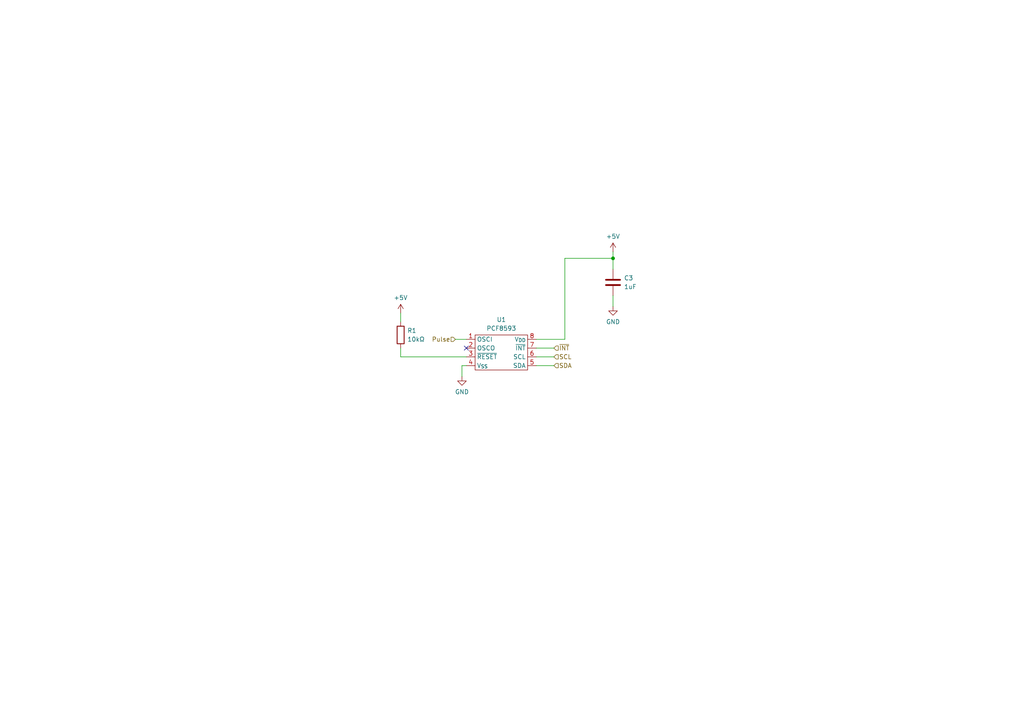
<source format=kicad_sch>
(kicad_sch (version 20230121) (generator eeschema)
  (paper "A4")
  (lib_symbols
    (symbol "ClockCounter:PCF8593"
      (property "Reference" "U" (at 0 0 0))
      (property "Value" "PCF8593" (at 0 5.08 0))
      (symbol "PCF8593_0_1"
        (rectangle (start -7.62 3.81) (end 7.62 -6.35))
      )
      (symbol "PCF8593_1_1"
        (pin input line (at -10.16 2.54 0) (length 2.54) (name "OSCI") (number "1"))
        (pin input line (at -10.16 0 0) (length 2.54) (name "OSCO") (number "2"))
        (pin input line (at -10.16 -2.54 0) (length 2.54) (name "~{RESET}") (number "3"))
        (pin input line (at -10.16 -5.08 0) (length 2.54) (name "V_{SS}") (number "4"))
        (pin input line (at 10.16 -5.08 180) (length 2.54) (name "SDA") (number "5"))
        (pin input line (at 10.16 -2.54 180) (length 2.54) (name "SCL") (number "6"))
        (pin input line (at 10.16 0 180) (length 2.54) (name "~{INT}") (number "7"))
        (pin input line (at 10.16 2.54 180) (length 2.54) (name "V_{DD}") (number "8"))
      )
    )
    (symbol "Device:C" (pin_numbers hide) (pin_names (offset 0.254))
      (property "Reference" "C" (at 0.635 2.54 0))
      (property "Value" "C" (at 0.635 -2.54 0))
      (symbol "C_0_1"
        (polyline (pts (xy -2.032 -0.762) (xy 2.032 -0.762)) (stroke (width 0.508)))
        (polyline (pts (xy -2.032 0.762) (xy 2.032 0.762)) (stroke (width 0.508)))
      )
      (symbol "C_1_1"
        (pin passive line (at 0 3.81 270) (length 2.794) (name "~") (number "1"))
        (pin passive line (at 0 -3.81 90) (length 2.794) (name "~") (number "2"))
      )
    )
    (symbol "Device:R" (pin_numbers hide) (pin_names (offset 0))
      (property "Reference" "R" (at 2.032 0 90))
      (property "Value" "R" (at 0 0 90))
      (symbol "R_0_1"
        (rectangle (start -1.016 -2.54) (end 1.016 2.54) (stroke (width 0.254)))
      )
      (symbol "R_1_1"
        (pin passive line (at 0 3.81 270) (length 1.27) (name "~") (number "1"))
        (pin passive line (at 0 -3.81 90) (length 1.27) (name "~") (number "2"))
      )
    )
    (symbol "power:+5V" (power) (pin_names (offset 0))
      (property "Value" "+5V" (at 0 3.556 0))
      (symbol "+5V_0_1"
        (polyline (pts (xy -0.762 1.27) (xy 0 2.54)))
        (polyline (pts (xy 0 0) (xy 0 2.54)))
        (polyline (pts (xy 0 2.54) (xy 0.762 1.27)))
      )
      (symbol "+5V_1_1"
        (pin power_in line (at 0 0 90) (length 0) hide (name "+5V") (number "1"))
      )
    )
    (symbol "power:GND" (power) (pin_names (offset 0))
      (property "Value" "GND" (at 0 -3.81 0))
      (symbol "GND_0_1"
        (polyline (pts (xy 0 0) (xy 0 -1.27) (xy 1.27 -1.27) (xy 0 -2.54) (xy -1.27 -1.27) (xy 0 -1.27)))
      )
      (symbol "GND_1_1"
        (pin power_in line (at 0 0 270) (length 0) hide (name "GND") (number "1"))
      )
    )
  )
  (junction (at 177.8 74.93))
  (no_connect (at 135.255 100.965))
  (wire (pts (xy 163.83 98.425) (xy 163.83 74.93)))
  (wire (pts (xy 133.985 109.22) (xy 133.985 106.045)))
  (wire (pts (xy 133.985 106.045) (xy 135.255 106.045)))
  (wire (pts (xy 177.8 85.725) (xy 177.8 88.9)))
  (wire (pts (xy 177.8 73.025) (xy 177.8 74.93)))
  (wire (pts (xy 177.8 74.93) (xy 177.8 78.105)))
  (wire (pts (xy 155.575 98.425) (xy 163.83 98.425)))
  (wire (pts (xy 116.205 100.965) (xy 116.205 103.505)))
  (wire (pts (xy 155.575 106.045) (xy 160.655 106.045)))
  (wire (pts (xy 155.575 103.505) (xy 160.655 103.505)))
  (wire (pts (xy 116.205 90.805) (xy 116.205 93.345)))
  (wire (pts (xy 163.83 74.93) (xy 177.8 74.93)))
  (wire (pts (xy 155.575 100.965) (xy 160.655 100.965)))
  (wire (pts (xy 132.08 98.425) (xy 135.255 98.425)))
  (wire (pts (xy 116.205 103.505) (xy 135.255 103.505)))
  (hierarchical_label "Pulse" (shape input) (at 132.08 98.425 180))
  (hierarchical_label "~{INT}" (shape input) (at 160.655 100.965 0))
  (hierarchical_label "SDA" (shape input) (at 160.655 106.045 0))
  (hierarchical_label "SCL" (shape input) (at 160.655 103.505 0))
  (symbol (lib_id "power:+5V") (at 177.8 73.025 0) (unit 1)
    (property "Reference" "#PWR043" (effects hide))
    (property "Value" "+5V" (at 177.8 68.58 0))
    (instances (project "PulseCounterI2C" (path "" (reference "#PWR043") (unit 1)) (path "" (reference "#PWR04") (unit 1))))
  )
  (symbol (lib_id "ClockCounter:PCF8593") (at 145.415 100.965 0) (unit 1)
    (property "Reference" "U1" (at 145.415 92.71 0))
    (property "Value" "PCF8593" (at 145.415 95.25 0))
    (property "Footprint" "Package_SO:SO-8_3.9x4.9mm_P1.27mm" (effects hide))
  )
  (symbol (lib_id "power:+5V") (at 116.205 90.805 0) (unit 1)
    (property "Reference" "#PWR043" (effects hide))
    (property "Value" "+5V" (at 116.205 86.36 0))
    (instances (project "PulseCounterI2C" (path "" (reference "#PWR043") (unit 1)) (path "" (reference "#PWR02") (unit 1))))
  )
  (symbol (lib_id "power:GND") (at 177.8 88.9 0) (unit 1)
    (property "Reference" "#PWR044" (effects hide))
    (property "Value" "GND" (at 177.8 93.345 0))
    (instances (project "PulseCounterI2C" (path "" (reference "#PWR044") (unit 1)) (path "" (reference "#PWR05") (unit 1))))
  )
  (symbol (lib_id "power:GND") (at 133.985 109.22 0) (unit 1)
    (property "Reference" "#PWR044" (effects hide))
    (property "Value" "GND" (at 133.985 113.665 0))
    (instances (project "PulseCounterI2C" (path "" (reference "#PWR044") (unit 1)) (path "" (reference "#PWR03") (unit 1))))
  )
  (symbol (lib_id "Device:R") (at 116.205 97.155 180) (unit 1)
    (property "Reference" "R1" (at 118.11 95.885 0) (effects (justify right)))
    (property "Value" "10kΩ" (at 118.11 98.425 0) (effects (justify right)))
    (property "Footprint" "Resistor_SMD:R_0805_2012Metric" (effects hide))
    (instances (project "PulseCounterI2C" (path "" (reference "R1") (unit 1)) (path "" (reference "R21") (unit 1)) (path "" (reference "R1") (unit 1))))
  )
  (symbol (lib_id "Device:C") (at 177.8 81.915 0) (unit 1)
    (property "Reference" "C3" (at 180.975 80.645 0) (effects (justify left)))
    (property "Value" "1uF" (at 180.975 83.185 0) (effects (justify left)))
    (property "Footprint" "Capacitor_SMD:C_0805_2012Metric" (effects hide))
    (instances (project "PulseCounterI2C" (path "" (reference "C3") (unit 1)) (path "" (reference "C1") (unit 1))))
  )
)
</source>
